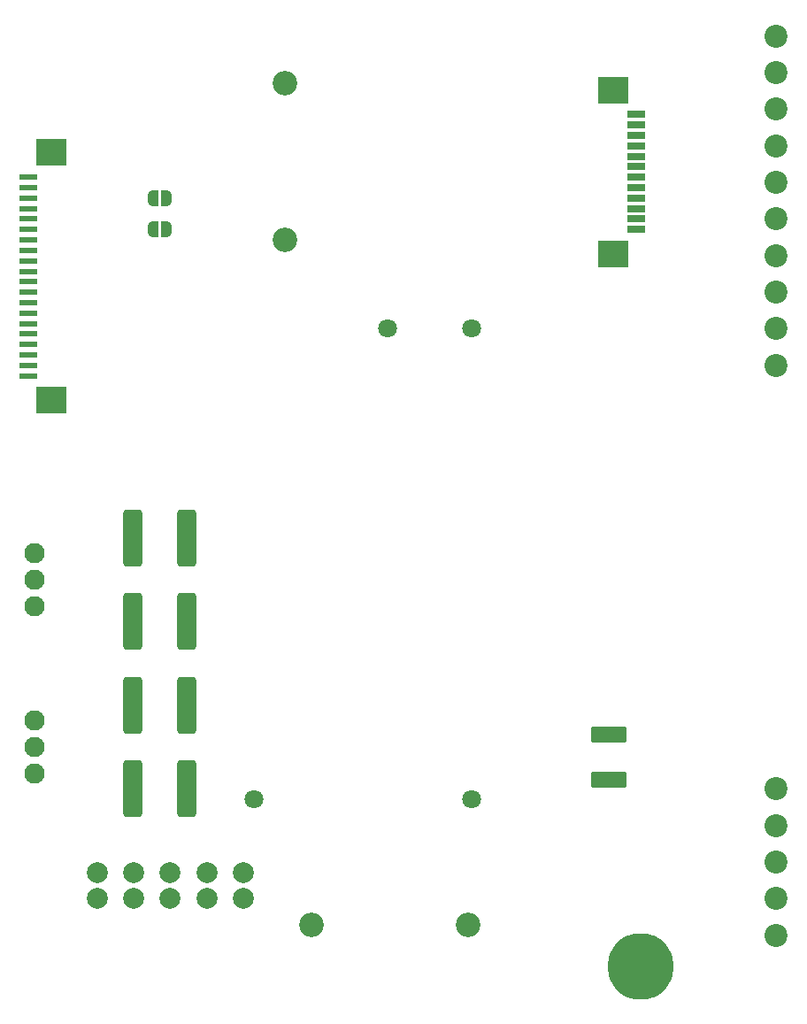
<source format=gbr>
%TF.GenerationSoftware,KiCad,Pcbnew,9.0.3*%
%TF.CreationDate,2025-09-10T13:33:30+03:00*%
%TF.ProjectId,PMPS-20W,504d5053-2d32-4305-972e-6b696361645f,rev?*%
%TF.SameCoordinates,Original*%
%TF.FileFunction,Soldermask,Top*%
%TF.FilePolarity,Negative*%
%FSLAX46Y46*%
G04 Gerber Fmt 4.6, Leading zero omitted, Abs format (unit mm)*
G04 Created by KiCad (PCBNEW 9.0.3) date 2025-09-10 13:33:30*
%MOMM*%
%LPD*%
G01*
G04 APERTURE LIST*
G04 Aperture macros list*
%AMRoundRect*
0 Rectangle with rounded corners*
0 $1 Rounding radius*
0 $2 $3 $4 $5 $6 $7 $8 $9 X,Y pos of 4 corners*
0 Add a 4 corners polygon primitive as box body*
4,1,4,$2,$3,$4,$5,$6,$7,$8,$9,$2,$3,0*
0 Add four circle primitives for the rounded corners*
1,1,$1+$1,$2,$3*
1,1,$1+$1,$4,$5*
1,1,$1+$1,$6,$7*
1,1,$1+$1,$8,$9*
0 Add four rect primitives between the rounded corners*
20,1,$1+$1,$2,$3,$4,$5,0*
20,1,$1+$1,$4,$5,$6,$7,0*
20,1,$1+$1,$6,$7,$8,$9,0*
20,1,$1+$1,$8,$9,$2,$3,0*%
%AMFreePoly0*
4,1,23,0.500000,-0.750000,0.000000,-0.750000,0.000000,-0.745722,-0.065263,-0.745722,-0.191342,-0.711940,-0.304381,-0.646677,-0.396677,-0.554381,-0.461940,-0.441342,-0.495722,-0.315263,-0.495722,-0.250000,-0.500000,-0.250000,-0.500000,0.250000,-0.495722,0.250000,-0.495722,0.315263,-0.461940,0.441342,-0.396677,0.554381,-0.304381,0.646677,-0.191342,0.711940,-0.065263,0.745722,0.000000,0.745722,
0.000000,0.750000,0.500000,0.750000,0.500000,-0.750000,0.500000,-0.750000,$1*%
%AMFreePoly1*
4,1,23,0.000000,0.745722,0.065263,0.745722,0.191342,0.711940,0.304381,0.646677,0.396677,0.554381,0.461940,0.441342,0.495722,0.315263,0.495722,0.250000,0.500000,0.250000,0.500000,-0.250000,0.495722,-0.250000,0.495722,-0.315263,0.461940,-0.441342,0.396677,-0.554381,0.304381,-0.646677,0.191342,-0.711940,0.065263,-0.745722,0.000000,-0.745722,0.000000,-0.750000,-0.500000,-0.750000,
-0.500000,0.750000,0.000000,0.750000,0.000000,0.745722,0.000000,0.745722,$1*%
G04 Aperture macros list end*
%ADD10C,1.950000*%
%ADD11FreePoly0,0.000000*%
%ADD12FreePoly1,0.000000*%
%ADD13C,2.200000*%
%ADD14C,1.803400*%
%ADD15RoundRect,0.250000X-0.650000X-2.450000X0.650000X-2.450000X0.650000X2.450000X-0.650000X2.450000X0*%
%ADD16RoundRect,0.250000X1.450000X-0.537500X1.450000X0.537500X-1.450000X0.537500X-1.450000X-0.537500X0*%
%ADD17C,2.350000*%
%ADD18C,2.000000*%
%ADD19R,1.803400X0.635000*%
%ADD20R,2.997200X2.590800*%
%ADD21R,1.800000X0.600000*%
%ADD22R,3.000000X2.600000*%
%ADD23O,6.350000X6.350000*%
G04 APERTURE END LIST*
D10*
%TO.C,J3*%
X-36000000Y-27540000D03*
X-36000000Y-25000000D03*
X-36000000Y-22460000D03*
%TD*%
D11*
%TO.C,JP3*%
X-24650000Y24500000D03*
D12*
X-23350000Y24500000D03*
%TD*%
D11*
%TO.C,JP1*%
X-24650000Y27500000D03*
D12*
X-23350000Y27500000D03*
%TD*%
D13*
%TO.C,J12*%
X35000000Y11500000D03*
X35000000Y15000000D03*
X35000000Y18500000D03*
X35000000Y22000000D03*
X35000000Y25500000D03*
X35000000Y29000000D03*
X35000000Y32500000D03*
X35000000Y36000000D03*
X35000000Y39500000D03*
X35000000Y43000000D03*
%TD*%
D14*
%TO.C,U1*%
X5799999Y15000012D03*
X-2200000Y15000012D03*
X-15000000Y-30000000D03*
X5799999Y-30000000D03*
%TD*%
D15*
%TO.C,C3*%
X-26550000Y-29000000D03*
X-21450000Y-29000000D03*
%TD*%
%TO.C,C4*%
X-26550000Y-5000000D03*
X-21450000Y-5000000D03*
%TD*%
D13*
%TO.C,J6*%
X35000000Y-43000000D03*
X35000000Y-39500000D03*
X35000000Y-36000000D03*
X35000000Y-32500000D03*
X35000000Y-29000000D03*
%TD*%
D16*
%TO.C,C1*%
X19000000Y-28137500D03*
X19000000Y-23862500D03*
%TD*%
D17*
%TO.C,U4*%
X5500000Y-42000000D03*
X-9500000Y-42000000D03*
%TD*%
D18*
%TO.C,J8*%
X-30000000Y-37000000D03*
X-26500000Y-37000000D03*
X-23000000Y-37000000D03*
X-19500000Y-37000000D03*
X-16000000Y-37000000D03*
X-30000000Y-39500000D03*
X-26500000Y-39500000D03*
X-23000000Y-39500000D03*
X-19500000Y-39500000D03*
X-16000000Y-39500000D03*
%TD*%
D19*
%TO.C,J11*%
X21556000Y35499992D03*
X21556000Y34499994D03*
X21556000Y33499996D03*
X21556000Y32499998D03*
X21556000Y31500000D03*
X21556000Y30500000D03*
X21556000Y29500000D03*
X21556000Y28500000D03*
X21556000Y27500002D03*
X21556000Y26500004D03*
X21556000Y25500006D03*
X21556000Y24500008D03*
D20*
X19385999Y37850003D03*
X19385999Y22149997D03*
%TD*%
D15*
%TO.C,C6*%
X-26550000Y-21000000D03*
X-21450000Y-21000000D03*
%TD*%
D21*
%TO.C,JM1*%
X-36546000Y10500000D03*
X-36546000Y11500000D03*
X-36546000Y12500000D03*
X-36546000Y13500000D03*
X-36546000Y14500000D03*
X-36546000Y15500000D03*
X-36546000Y16500000D03*
X-36546000Y17500000D03*
X-36546000Y18500000D03*
X-36546000Y19500000D03*
X-36546000Y20500000D03*
X-36546000Y21500000D03*
X-36546000Y22500000D03*
X-36546000Y23500000D03*
X-36546000Y24500000D03*
X-36546000Y25500000D03*
X-36546000Y26500000D03*
X-36546000Y27500000D03*
X-36546000Y28500000D03*
X-36546000Y29500000D03*
D22*
X-34375000Y8150000D03*
X-34375000Y31850000D03*
%TD*%
D17*
%TO.C,U2*%
X-12000000Y38500000D03*
X-12000000Y23500000D03*
%TD*%
D23*
%TO.C,PE1*%
X22000000Y-46000000D03*
%TD*%
D15*
%TO.C,C2*%
X-26550000Y-13000000D03*
X-21450000Y-13000000D03*
%TD*%
D10*
%TO.C,J4*%
X-36000000Y-11540000D03*
X-36000000Y-9000000D03*
X-36000000Y-6460000D03*
%TD*%
M02*

</source>
